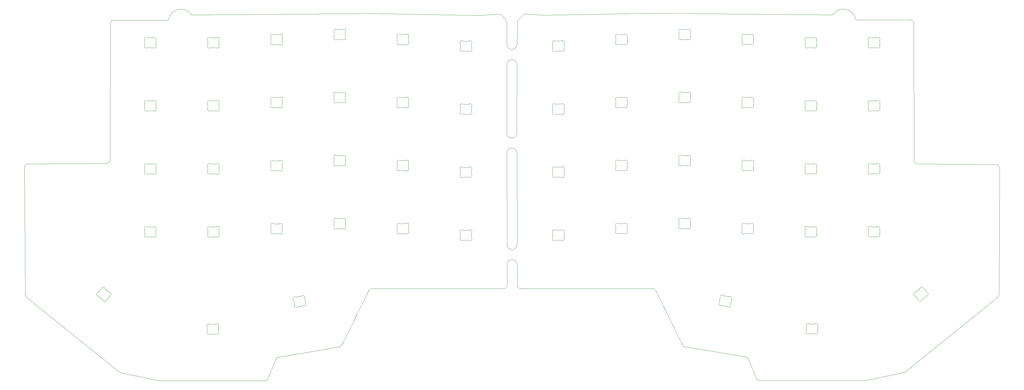
<source format=gbr>
%TF.GenerationSoftware,KiCad,Pcbnew,9.0.0*%
%TF.CreationDate,2026-01-24T15:45:23+11:00*%
%TF.ProjectId,Split Keyboard,53706c69-7420-44b6-9579-626f6172642e,rev?*%
%TF.SameCoordinates,Original*%
%TF.FileFunction,Profile,NP*%
%FSLAX46Y46*%
G04 Gerber Fmt 4.6, Leading zero omitted, Abs format (unit mm)*
G04 Created by KiCad (PCBNEW 9.0.0) date 2026-01-24 15:45:23*
%MOMM*%
%LPD*%
G01*
G04 APERTURE LIST*
%TA.AperFunction,Profile*%
%ADD10C,0.050000*%
%TD*%
%TA.AperFunction,Profile*%
%ADD11C,0.100000*%
%TD*%
G04 APERTURE END LIST*
D10*
X279915200Y-131857241D02*
X279915200Y-131857238D01*
X247068388Y-131228605D02*
X247068387Y-131228605D01*
X171906721Y-103098915D02*
X171906722Y-103098915D01*
X131022800Y-104100001D02*
X131022800Y-104100000D01*
X130125317Y-104658951D02*
X130125316Y-104658951D01*
X102091621Y-125420948D02*
X102091620Y-125420948D01*
X163594728Y-21495815D02*
X163594728Y-21495816D01*
X171899902Y-96809948D02*
G75*
G02*
X174920097Y-96809997I1510098J19948D01*
G01*
X183351973Y-21456054D02*
G75*
G02*
X183225241Y-21453060I-27973J1499654D01*
G01*
X175919928Y-104057238D02*
G75*
G02*
X174913104Y-103068752I-6928J999938D01*
G01*
X292010974Y-129203034D02*
X319963386Y-106651598D01*
X171820004Y-63089483D02*
G75*
G02*
X174820000Y-63109917I1499996J-10517D01*
G01*
X320335500Y-105883754D02*
X320497437Y-67598868D01*
X102091620Y-125420948D02*
X99751470Y-131271328D01*
X174839998Y-30330093D02*
G75*
G02*
X171840001Y-30330230I-1499998J-9907D01*
G01*
X270114042Y-21337275D02*
G75*
G02*
X277111350Y-22828383I3205758J-2120025D01*
G01*
X69708440Y-22871137D02*
G75*
G02*
X76705800Y-21380037I3791560J-628863D01*
G01*
X53355269Y-22966302D02*
X68600000Y-22966302D01*
X170900067Y-104100000D02*
X131022800Y-104100000D01*
X183225241Y-21453062D02*
X177694642Y-21088192D01*
X68600000Y-22966302D02*
X69624500Y-22966302D01*
X52095844Y-65213586D02*
X52198424Y-23951414D01*
X69708440Y-22871137D02*
G75*
G02*
X69624500Y-22966302I-83940J-10563D01*
G01*
X215796800Y-104057238D02*
G75*
G02*
X216697290Y-104621892I0J-1000362D01*
G01*
X175021077Y-23595837D02*
G75*
G02*
X175452312Y-22619818I1497723J-78463D01*
G01*
X174920098Y-96809997D02*
X174913104Y-103068752D01*
X247996900Y-131857238D02*
X279915200Y-131857238D01*
X171906721Y-103098915D02*
G75*
G02*
X170900067Y-104100000I-1000021J-1085D01*
G01*
X174839934Y-36387893D02*
X174819958Y-57122799D01*
X215394929Y-20858484D02*
X183351973Y-21456054D01*
X52198424Y-23951414D02*
G75*
G02*
X53355269Y-22966302I999976J-2486D01*
G01*
X130125317Y-104658951D02*
G75*
G02*
X131022800Y-104100000I897483J-441049D01*
G01*
X174819958Y-57122799D02*
G75*
G02*
X171819999Y-57080223I-1499958J22799D01*
G01*
X66697454Y-131878274D02*
X55234338Y-129449648D01*
X174910098Y-90800219D02*
G75*
G02*
X171910004Y-90769718I-1500098J10219D01*
G01*
X319515348Y-66597825D02*
X295678164Y-66419899D01*
X55234338Y-129449648D02*
G75*
G02*
X54818306Y-129253413I207362J978748D01*
G01*
X130125316Y-104658951D02*
X122025725Y-121140673D01*
X225524675Y-121642663D02*
G75*
G02*
X224791820Y-121093239I166425J985463D01*
G01*
X171367555Y-22662549D02*
G75*
G02*
X171800809Y-23713114I-1066755J-1054551D01*
G01*
X171840049Y-36292624D02*
G75*
G02*
X174839935Y-36387893I1499951J-47376D01*
G01*
X319515348Y-66597825D02*
G75*
G02*
X320497437Y-67598868I-18048J-999975D01*
G01*
X216697320Y-104621877D02*
X224791819Y-121093239D01*
X163594728Y-21495815D02*
G75*
G02*
X163467791Y-21498815I-98928J1498815D01*
G01*
X52095844Y-65213586D02*
G75*
G02*
X51114741Y-66211066I-1000144J2486D01*
G01*
X171840002Y-30330230D02*
X171800809Y-23713114D01*
X320335500Y-105883754D02*
G75*
G02*
X319963376Y-106651585I-1000000J10554D01*
G01*
X26288584Y-67406133D02*
G75*
G02*
X27291035Y-66388891I1000016J17083D01*
G01*
X292010974Y-129203034D02*
G75*
G02*
X291592768Y-129405327I-632974J775134D01*
G01*
X131374935Y-20900000D02*
G75*
G02*
X131424887Y-20901245I65J-1000400D01*
G01*
X66904800Y-131900000D02*
G75*
G02*
X66697450Y-131878287I0J1000900D01*
G01*
X270114042Y-21337275D02*
X215444740Y-20857237D01*
X122025725Y-121140673D02*
G75*
G02*
X121295166Y-121685426I-897125J440873D01*
G01*
X171906722Y-103098915D02*
X171899902Y-96809948D01*
X247996900Y-131857238D02*
G75*
G02*
X247068388Y-131228605I0J1000038D01*
G01*
X295678164Y-66419899D02*
G75*
G02*
X294690070Y-65410971I11936J999999D01*
G01*
X244728242Y-125378238D02*
X247068387Y-131228605D01*
X171820004Y-63089483D02*
X171910004Y-90769718D01*
X294690071Y-65410971D02*
X294621394Y-23894480D01*
X277195200Y-22923540D02*
G75*
G02*
X277111443Y-22828380I0J84440D01*
G01*
X215394929Y-20858484D02*
G75*
G02*
X215444740Y-20857235I49871J-994716D01*
G01*
X280122223Y-131835547D02*
X291592772Y-129405346D01*
X176535290Y-21524248D02*
X175452284Y-22619790D01*
X27291035Y-66388891D02*
X51114741Y-66211066D01*
X170300852Y-21583501D02*
X171367555Y-22662549D01*
X26484362Y-105928729D02*
X26288584Y-67406133D01*
X54818306Y-129253412D02*
X26856455Y-106694360D01*
X293464563Y-22923540D02*
X278219841Y-22923540D01*
X102091621Y-125420948D02*
G75*
G02*
X102853240Y-124806409I928379J-371352D01*
G01*
X99751470Y-131271328D02*
G75*
G02*
X98822900Y-131900000I-928570J371428D01*
G01*
X243966574Y-124763628D02*
G75*
G02*
X244728190Y-125378259I-166874J-985972D01*
G01*
X174839998Y-30330093D02*
X175021077Y-23595837D01*
X163594728Y-21495816D02*
X169125135Y-21130957D01*
X293464563Y-22923540D02*
G75*
G02*
X294621374Y-23894480I156737J-987860D01*
G01*
X76705800Y-21380037D02*
X131374935Y-20900000D01*
X131424887Y-20901245D02*
X163467791Y-21498815D01*
X169125135Y-21130957D02*
G75*
G02*
X170300873Y-21583480I98765J-1497043D01*
G01*
X280122223Y-131835547D02*
G75*
G02*
X279915200Y-131857237I-207023J977147D01*
G01*
X176535290Y-21524248D02*
G75*
G02*
X177694642Y-21088195I1060610J-1060652D01*
G01*
X121295167Y-121685433D02*
X102853234Y-124806376D01*
X98822900Y-131900000D02*
X66904800Y-131900000D01*
X171820000Y-57080223D02*
X171840049Y-36292624D01*
X278219841Y-22923540D02*
X277195200Y-22923540D01*
X26856455Y-106694360D02*
G75*
G02*
X26484362Y-105928729I628045J778460D01*
G01*
X174910098Y-90800219D02*
X174820000Y-63109917D01*
X225524674Y-121642671D02*
X243966577Y-124763609D01*
X175919928Y-104057238D02*
X215796800Y-104057238D01*
D11*
%TO.C,LED26*%
X81587219Y-68602843D02*
X81587219Y-67197159D01*
X82492766Y-66400001D02*
X84081670Y-66400001D01*
X84081670Y-69400000D02*
X82492765Y-69400000D01*
X84987217Y-67197159D02*
X84987217Y-68602843D01*
X81537734Y-66980281D02*
G75*
G02*
X81587193Y-67197159I-450516J-216819D01*
G01*
X81537734Y-66980282D02*
G75*
G02*
X82240508Y-66331699I450514J216882D01*
G01*
X81587219Y-68602844D02*
G75*
G02*
X81537734Y-68819721I-500361J84D01*
G01*
X82240507Y-69468299D02*
G75*
G02*
X81537735Y-68819721I-252259J431699D01*
G01*
X82240507Y-69468299D02*
G75*
G02*
X82492765Y-69400000I252261J-431711D01*
G01*
X82492766Y-66400001D02*
G75*
G02*
X82240507Y-66331702I2J500011D01*
G01*
X84081671Y-69400001D02*
G75*
G02*
X84333929Y-69468300I-3J-500009D01*
G01*
X84333928Y-66331702D02*
G75*
G02*
X84081670Y-66400001I-252261J431710D01*
G01*
X84333929Y-66331704D02*
G75*
G02*
X85036702Y-66980281I252258J-431700D01*
G01*
X84987217Y-67197158D02*
G75*
G02*
X85036702Y-66980281I499990J1D01*
G01*
X85036702Y-68819721D02*
G75*
G02*
X84333929Y-69468300I-450515J-216878D01*
G01*
X85036702Y-68819721D02*
G75*
G02*
X84987217Y-68602843I450505J216876D01*
G01*
%TO.C,LED3*%
X81587219Y-30502843D02*
X81587219Y-29097159D01*
X82492766Y-28300001D02*
X84081670Y-28300001D01*
X84081670Y-31300000D02*
X82492765Y-31300000D01*
X84987217Y-29097159D02*
X84987217Y-30502843D01*
X81537734Y-28880281D02*
G75*
G02*
X81587193Y-29097159I-450516J-216819D01*
G01*
X81537734Y-28880282D02*
G75*
G02*
X82240508Y-28231699I450514J216882D01*
G01*
X81587219Y-30502844D02*
G75*
G02*
X81537734Y-30719721I-500361J84D01*
G01*
X82240507Y-31368299D02*
G75*
G02*
X81537735Y-30719721I-252259J431699D01*
G01*
X82240507Y-31368299D02*
G75*
G02*
X82492765Y-31300000I252261J-431711D01*
G01*
X82492766Y-28300001D02*
G75*
G02*
X82240507Y-28231702I2J500011D01*
G01*
X84081671Y-31300001D02*
G75*
G02*
X84333929Y-31368300I-3J-500009D01*
G01*
X84333928Y-28231702D02*
G75*
G02*
X84081670Y-28300001I-252261J431710D01*
G01*
X84333929Y-28231704D02*
G75*
G02*
X85036702Y-28880281I252258J-431700D01*
G01*
X84987217Y-29097158D02*
G75*
G02*
X85036702Y-28880281I499990J1D01*
G01*
X85036702Y-30719721D02*
G75*
G02*
X84333929Y-31368300I-450515J-216878D01*
G01*
X85036702Y-30719721D02*
G75*
G02*
X84987217Y-30502843I450505J216876D01*
G01*
%TO.C,LED45*%
X223745001Y-85127841D02*
X223745001Y-83722157D01*
X224650548Y-82925000D02*
X226239453Y-82925000D01*
X226239452Y-85924999D02*
X224650548Y-85924999D01*
X227144999Y-83722157D02*
X227144999Y-85127841D01*
X223695516Y-83505279D02*
G75*
G02*
X223744976Y-83722157I-450516J-216821D01*
G01*
X223695516Y-83505279D02*
G75*
G02*
X224398289Y-82856700I450514J216879D01*
G01*
X223745001Y-85127842D02*
G75*
G02*
X223695517Y-85344719I-500361J82D01*
G01*
X224398289Y-85993296D02*
G75*
G02*
X223695520Y-85344721I-252259J431696D01*
G01*
X224398290Y-85993298D02*
G75*
G02*
X224650548Y-85925000I252260J-431712D01*
G01*
X224650547Y-82924999D02*
G75*
G02*
X224398289Y-82856700I3J500009D01*
G01*
X226239452Y-85924999D02*
G75*
G02*
X226491711Y-85993298I-2J-500009D01*
G01*
X226491711Y-82856701D02*
G75*
G02*
X226239453Y-82925000I-252261J431710D01*
G01*
X226491711Y-82856701D02*
G75*
G02*
X227194483Y-83505279I252258J-431700D01*
G01*
X227144999Y-83722156D02*
G75*
G02*
X227194484Y-83505279I499990J1D01*
G01*
X227194484Y-85344718D02*
G75*
G02*
X226491711Y-85993298I-450514J-216880D01*
G01*
X227194484Y-85344719D02*
G75*
G02*
X227144999Y-85127841I450505J216876D01*
G01*
%TO.C,LED40*%
X119687219Y-85152841D02*
X119687219Y-83747157D01*
X120592766Y-82950000D02*
X122181671Y-82950000D01*
X122181670Y-85949999D02*
X120592766Y-85949999D01*
X123087217Y-83747157D02*
X123087217Y-85152841D01*
X119637734Y-83530279D02*
G75*
G02*
X119687194Y-83747157I-450516J-216821D01*
G01*
X119637734Y-83530279D02*
G75*
G02*
X120340507Y-82881700I450514J216879D01*
G01*
X119687219Y-85152842D02*
G75*
G02*
X119637735Y-85369719I-500361J82D01*
G01*
X120340507Y-86018296D02*
G75*
G02*
X119637738Y-85369721I-252259J431696D01*
G01*
X120340508Y-86018298D02*
G75*
G02*
X120592766Y-85950000I252260J-431712D01*
G01*
X120592765Y-82949999D02*
G75*
G02*
X120340507Y-82881700I3J500009D01*
G01*
X122181670Y-85949999D02*
G75*
G02*
X122433929Y-86018298I-2J-500009D01*
G01*
X122433929Y-82881701D02*
G75*
G02*
X122181671Y-82950000I-252261J431710D01*
G01*
X122433929Y-82881701D02*
G75*
G02*
X123136701Y-83530279I252258J-431700D01*
G01*
X123087217Y-83747156D02*
G75*
G02*
X123136702Y-83530279I499990J1D01*
G01*
X123136702Y-85369718D02*
G75*
G02*
X122433929Y-86018298I-450514J-216880D01*
G01*
X123136702Y-85369719D02*
G75*
G02*
X123087217Y-85152841I450505J216876D01*
G01*
%TO.C,LED9*%
X138737219Y-29502843D02*
X138737219Y-28097159D01*
X139642766Y-27300001D02*
X141231670Y-27300001D01*
X141231670Y-30300000D02*
X139642765Y-30300000D01*
X142137217Y-28097159D02*
X142137217Y-29502843D01*
X138687734Y-27880281D02*
G75*
G02*
X138737193Y-28097159I-450516J-216819D01*
G01*
X138687734Y-27880282D02*
G75*
G02*
X139390508Y-27231699I450514J216882D01*
G01*
X138737219Y-29502844D02*
G75*
G02*
X138687734Y-29719721I-500361J84D01*
G01*
X139390507Y-30368299D02*
G75*
G02*
X138687735Y-29719721I-252259J431699D01*
G01*
X139390507Y-30368299D02*
G75*
G02*
X139642765Y-30300000I252261J-431711D01*
G01*
X139642766Y-27300001D02*
G75*
G02*
X139390507Y-27231702I2J500011D01*
G01*
X141231671Y-30300001D02*
G75*
G02*
X141483929Y-30368300I-3J-500009D01*
G01*
X141483928Y-27231702D02*
G75*
G02*
X141231670Y-27300001I-252261J431710D01*
G01*
X141483929Y-27231704D02*
G75*
G02*
X142186702Y-27880281I252258J-431700D01*
G01*
X142137217Y-28097158D02*
G75*
G02*
X142186702Y-27880281I499990J1D01*
G01*
X142186702Y-29719721D02*
G75*
G02*
X141483929Y-30368300I-450515J-216878D01*
G01*
X142186702Y-29719721D02*
G75*
G02*
X142137217Y-29502843I450505J216876D01*
G01*
%TO.C,LED20*%
X204695001Y-48527841D02*
X204695001Y-47122157D01*
X205600548Y-46325000D02*
X207189453Y-46325000D01*
X207189452Y-49324999D02*
X205600548Y-49324999D01*
X208094999Y-47122157D02*
X208094999Y-48527841D01*
X204645516Y-46905279D02*
G75*
G02*
X204694976Y-47122157I-450516J-216821D01*
G01*
X204645516Y-46905279D02*
G75*
G02*
X205348289Y-46256700I450514J216879D01*
G01*
X204695001Y-48527842D02*
G75*
G02*
X204645517Y-48744719I-500361J82D01*
G01*
X205348289Y-49393296D02*
G75*
G02*
X204645520Y-48744721I-252259J431696D01*
G01*
X205348290Y-49393298D02*
G75*
G02*
X205600548Y-49325000I252260J-431712D01*
G01*
X205600547Y-46324999D02*
G75*
G02*
X205348289Y-46256700I3J500009D01*
G01*
X207189452Y-49324999D02*
G75*
G02*
X207441711Y-49393298I-2J-500009D01*
G01*
X207441711Y-46256701D02*
G75*
G02*
X207189453Y-46325000I-252261J431710D01*
G01*
X207441711Y-46256701D02*
G75*
G02*
X208144483Y-46905279I252258J-431700D01*
G01*
X208094999Y-47122156D02*
G75*
G02*
X208144484Y-46905279I499990J1D01*
G01*
X208144484Y-48744718D02*
G75*
G02*
X207441711Y-49393298I-450514J-216880D01*
G01*
X208144484Y-48744719D02*
G75*
G02*
X208094999Y-48527841I450505J216876D01*
G01*
%TO.C,LED47*%
X261845001Y-87627841D02*
X261845001Y-86222157D01*
X262750548Y-85425000D02*
X264339453Y-85425000D01*
X264339452Y-88424999D02*
X262750548Y-88424999D01*
X265244999Y-86222157D02*
X265244999Y-87627841D01*
X261795516Y-86005279D02*
G75*
G02*
X261844976Y-86222157I-450516J-216821D01*
G01*
X261795516Y-86005279D02*
G75*
G02*
X262498289Y-85356700I450514J216879D01*
G01*
X261845001Y-87627842D02*
G75*
G02*
X261795517Y-87844719I-500361J82D01*
G01*
X262498289Y-88493296D02*
G75*
G02*
X261795520Y-87844721I-252259J431696D01*
G01*
X262498290Y-88493298D02*
G75*
G02*
X262750548Y-88425000I252260J-431712D01*
G01*
X262750547Y-85424999D02*
G75*
G02*
X262498289Y-85356700I3J500009D01*
G01*
X264339452Y-88424999D02*
G75*
G02*
X264591711Y-88493298I-2J-500009D01*
G01*
X264591711Y-85356701D02*
G75*
G02*
X264339453Y-85425000I-252261J431710D01*
G01*
X264591711Y-85356701D02*
G75*
G02*
X265294483Y-86005279I252258J-431700D01*
G01*
X265244999Y-86222156D02*
G75*
G02*
X265294484Y-86005279I499990J1D01*
G01*
X265294484Y-87844718D02*
G75*
G02*
X264591711Y-88493298I-450514J-216880D01*
G01*
X265294484Y-87844719D02*
G75*
G02*
X265244999Y-87627841I450505J216876D01*
G01*
%TO.C,LED1*%
X62537219Y-30502843D02*
X62537219Y-29097159D01*
X63442766Y-28300001D02*
X65031670Y-28300001D01*
X65031670Y-31300000D02*
X63442765Y-31300000D01*
X65937217Y-29097159D02*
X65937217Y-30502843D01*
X62487734Y-28880281D02*
G75*
G02*
X62537193Y-29097159I-450516J-216819D01*
G01*
X62487734Y-28880282D02*
G75*
G02*
X63190508Y-28231699I450514J216882D01*
G01*
X62537219Y-30502844D02*
G75*
G02*
X62487734Y-30719721I-500361J84D01*
G01*
X63190507Y-31368299D02*
G75*
G02*
X62487735Y-30719721I-252259J431699D01*
G01*
X63190507Y-31368299D02*
G75*
G02*
X63442765Y-31300000I252261J-431711D01*
G01*
X63442766Y-28300001D02*
G75*
G02*
X63190507Y-28231702I2J500011D01*
G01*
X65031671Y-31300001D02*
G75*
G02*
X65283929Y-31368300I-3J-500009D01*
G01*
X65283928Y-28231702D02*
G75*
G02*
X65031670Y-28300001I-252261J431710D01*
G01*
X65283929Y-28231704D02*
G75*
G02*
X65986702Y-28880281I252258J-431700D01*
G01*
X65937217Y-29097158D02*
G75*
G02*
X65986702Y-28880281I499990J1D01*
G01*
X65986702Y-30719721D02*
G75*
G02*
X65283929Y-31368300I-450515J-216878D01*
G01*
X65986702Y-30719721D02*
G75*
G02*
X65937217Y-30502843I450505J216876D01*
G01*
%TO.C,LED36*%
X280895001Y-68577843D02*
X280895001Y-67172159D01*
X281800548Y-66375001D02*
X283389452Y-66375001D01*
X283389452Y-69375000D02*
X281800547Y-69375000D01*
X284294999Y-67172159D02*
X284294999Y-68577843D01*
X280845516Y-66955281D02*
G75*
G02*
X280894975Y-67172159I-450516J-216819D01*
G01*
X280845516Y-66955282D02*
G75*
G02*
X281548290Y-66306699I450514J216882D01*
G01*
X280895001Y-68577844D02*
G75*
G02*
X280845516Y-68794721I-500361J84D01*
G01*
X281548289Y-69443299D02*
G75*
G02*
X280845517Y-68794721I-252259J431699D01*
G01*
X281548289Y-69443299D02*
G75*
G02*
X281800547Y-69375000I252261J-431711D01*
G01*
X281800548Y-66375001D02*
G75*
G02*
X281548289Y-66306702I2J500011D01*
G01*
X283389453Y-69375001D02*
G75*
G02*
X283641711Y-69443300I-3J-500009D01*
G01*
X283641710Y-66306702D02*
G75*
G02*
X283389452Y-66375001I-252261J431710D01*
G01*
X283641711Y-66306704D02*
G75*
G02*
X284344484Y-66955281I252258J-431700D01*
G01*
X284294999Y-67172158D02*
G75*
G02*
X284344484Y-66955281I499990J1D01*
G01*
X284344484Y-68794721D02*
G75*
G02*
X283641711Y-69443300I-450515J-216878D01*
G01*
X284344484Y-68794721D02*
G75*
G02*
X284294999Y-68577843I450505J216876D01*
G01*
%TO.C,LED7*%
X119687219Y-28002843D02*
X119687219Y-26597159D01*
X120592766Y-25800001D02*
X122181670Y-25800001D01*
X122181670Y-28800000D02*
X120592765Y-28800000D01*
X123087217Y-26597159D02*
X123087217Y-28002843D01*
X119637734Y-26380281D02*
G75*
G02*
X119687193Y-26597159I-450516J-216819D01*
G01*
X119637734Y-26380282D02*
G75*
G02*
X120340508Y-25731699I450514J216882D01*
G01*
X119687219Y-28002844D02*
G75*
G02*
X119637734Y-28219721I-500361J84D01*
G01*
X120340507Y-28868299D02*
G75*
G02*
X119637735Y-28219721I-252259J431699D01*
G01*
X120340507Y-28868299D02*
G75*
G02*
X120592765Y-28800000I252261J-431711D01*
G01*
X120592766Y-25800001D02*
G75*
G02*
X120340507Y-25731702I2J500011D01*
G01*
X122181671Y-28800001D02*
G75*
G02*
X122433929Y-28868300I-3J-500009D01*
G01*
X122433928Y-25731702D02*
G75*
G02*
X122181670Y-25800001I-252261J431710D01*
G01*
X122433929Y-25731704D02*
G75*
G02*
X123136702Y-26380281I252258J-431700D01*
G01*
X123087217Y-26597158D02*
G75*
G02*
X123136702Y-26380281I499990J1D01*
G01*
X123136702Y-28219721D02*
G75*
G02*
X122433929Y-28868300I-450515J-216878D01*
G01*
X123136702Y-28219721D02*
G75*
G02*
X123087217Y-28002843I450505J216876D01*
G01*
%TO.C,LED32*%
X204695001Y-67577843D02*
X204695001Y-66172159D01*
X205600548Y-65375001D02*
X207189452Y-65375001D01*
X207189452Y-68375000D02*
X205600547Y-68375000D01*
X208094999Y-66172159D02*
X208094999Y-67577843D01*
X204645516Y-65955281D02*
G75*
G02*
X204694975Y-66172159I-450516J-216819D01*
G01*
X204645516Y-65955282D02*
G75*
G02*
X205348290Y-65306699I450514J216882D01*
G01*
X204695001Y-67577844D02*
G75*
G02*
X204645516Y-67794721I-500361J84D01*
G01*
X205348289Y-68443299D02*
G75*
G02*
X204645517Y-67794721I-252259J431699D01*
G01*
X205348289Y-68443299D02*
G75*
G02*
X205600547Y-68375000I252261J-431711D01*
G01*
X205600548Y-65375001D02*
G75*
G02*
X205348289Y-65306702I2J500011D01*
G01*
X207189453Y-68375001D02*
G75*
G02*
X207441711Y-68443300I-3J-500009D01*
G01*
X207441710Y-65306702D02*
G75*
G02*
X207189452Y-65375001I-252261J431710D01*
G01*
X207441711Y-65306704D02*
G75*
G02*
X208144484Y-65955281I252258J-431700D01*
G01*
X208094999Y-66172158D02*
G75*
G02*
X208144484Y-65955281I499990J1D01*
G01*
X208144484Y-67794721D02*
G75*
G02*
X207441711Y-68443300I-450515J-216878D01*
G01*
X208144484Y-67794721D02*
G75*
G02*
X208094999Y-67577843I450505J216876D01*
G01*
%TO.C,LED58*%
X235927145Y-108233761D02*
X236171240Y-106849432D01*
X237201455Y-106221631D02*
X238766220Y-106497541D01*
X238245275Y-109451964D02*
X236680509Y-109176053D01*
X239519584Y-107439835D02*
X239275490Y-108824164D01*
X235927145Y-108233761D02*
G75*
G02*
X235840751Y-108438751I-492745J86969D01*
G01*
X236160167Y-106627256D02*
G75*
G02*
X236171214Y-106849427I-481322J-135294D01*
G01*
X236160167Y-106627257D02*
G75*
G02*
X236964890Y-106110563I481331J135356D01*
G01*
X236420224Y-109199511D02*
G75*
G02*
X235840752Y-108438751I-173463J468945D01*
G01*
X236420224Y-109199511D02*
G75*
G02*
X236680509Y-109176054I173462J-468957D01*
G01*
X237201455Y-106221631D02*
G75*
G02*
X236964889Y-106110565I86843J492442D01*
G01*
X238245276Y-109451965D02*
G75*
G02*
X238481842Y-109563030I-86856J-492474D01*
G01*
X239026505Y-106474084D02*
G75*
G02*
X238766220Y-106497540I-173459J468941D01*
G01*
X239026506Y-106474086D02*
G75*
G02*
X239605978Y-107234845I173462J-468946D01*
G01*
X239286563Y-109046340D02*
G75*
G02*
X238481842Y-109563029I-481330J-135353D01*
G01*
X239286563Y-109046340D02*
G75*
G02*
X239275490Y-108824164I481359J135354D01*
G01*
X239519583Y-107439834D02*
G75*
G02*
X239605978Y-107234845I492405J-86829D01*
G01*
%TO.C,LED25*%
X62537219Y-68602843D02*
X62537219Y-67197159D01*
X63442766Y-66400001D02*
X65031670Y-66400001D01*
X65031670Y-69400000D02*
X63442765Y-69400000D01*
X65937217Y-67197159D02*
X65937217Y-68602843D01*
X62487734Y-66980281D02*
G75*
G02*
X62537193Y-67197159I-450516J-216819D01*
G01*
X62487734Y-66980282D02*
G75*
G02*
X63190508Y-66331699I450514J216882D01*
G01*
X62537219Y-68602844D02*
G75*
G02*
X62487734Y-68819721I-500361J84D01*
G01*
X63190507Y-69468299D02*
G75*
G02*
X62487735Y-68819721I-252259J431699D01*
G01*
X63190507Y-69468299D02*
G75*
G02*
X63442765Y-69400000I252261J-431711D01*
G01*
X63442766Y-66400001D02*
G75*
G02*
X63190507Y-66331702I2J500011D01*
G01*
X65031671Y-69400001D02*
G75*
G02*
X65283929Y-69468300I-3J-500009D01*
G01*
X65283928Y-66331702D02*
G75*
G02*
X65031670Y-66400001I-252261J431710D01*
G01*
X65283929Y-66331704D02*
G75*
G02*
X65986702Y-66980281I252258J-431700D01*
G01*
X65937217Y-67197158D02*
G75*
G02*
X65986702Y-66980281I499990J1D01*
G01*
X65986702Y-68819721D02*
G75*
G02*
X65283929Y-69468300I-450515J-216878D01*
G01*
X65986702Y-68819721D02*
G75*
G02*
X65937217Y-68602843I450505J216876D01*
G01*
%TO.C,LED11*%
X157787219Y-31502843D02*
X157787219Y-30097159D01*
X158692766Y-29300001D02*
X160281670Y-29300001D01*
X160281670Y-32300000D02*
X158692765Y-32300000D01*
X161187217Y-30097159D02*
X161187217Y-31502843D01*
X157737734Y-29880281D02*
G75*
G02*
X157787193Y-30097159I-450516J-216819D01*
G01*
X157737734Y-29880282D02*
G75*
G02*
X158440508Y-29231699I450514J216882D01*
G01*
X157787219Y-31502844D02*
G75*
G02*
X157737734Y-31719721I-500361J84D01*
G01*
X158440507Y-32368299D02*
G75*
G02*
X157737735Y-31719721I-252259J431699D01*
G01*
X158440507Y-32368299D02*
G75*
G02*
X158692765Y-32300000I252261J-431711D01*
G01*
X158692766Y-29300001D02*
G75*
G02*
X158440507Y-29231702I2J500011D01*
G01*
X160281671Y-32300001D02*
G75*
G02*
X160533929Y-32368300I-3J-500009D01*
G01*
X160533928Y-29231702D02*
G75*
G02*
X160281670Y-29300001I-252261J431710D01*
G01*
X160533929Y-29231704D02*
G75*
G02*
X161236702Y-29880281I252258J-431700D01*
G01*
X161187217Y-30097158D02*
G75*
G02*
X161236702Y-29880281I499990J1D01*
G01*
X161236702Y-31719721D02*
G75*
G02*
X160533929Y-32368300I-450515J-216878D01*
G01*
X161236702Y-31719721D02*
G75*
G02*
X161187217Y-31502843I450505J216876D01*
G01*
%TO.C,LED44*%
X204695001Y-86627841D02*
X204695001Y-85222157D01*
X205600548Y-84425000D02*
X207189453Y-84425000D01*
X207189452Y-87424999D02*
X205600548Y-87424999D01*
X208094999Y-85222157D02*
X208094999Y-86627841D01*
X204645516Y-85005279D02*
G75*
G02*
X204694976Y-85222157I-450516J-216821D01*
G01*
X204645516Y-85005279D02*
G75*
G02*
X205348289Y-84356700I450514J216879D01*
G01*
X204695001Y-86627842D02*
G75*
G02*
X204645517Y-86844719I-500361J82D01*
G01*
X205348289Y-87493296D02*
G75*
G02*
X204645520Y-86844721I-252259J431696D01*
G01*
X205348290Y-87493298D02*
G75*
G02*
X205600548Y-87425000I252260J-431712D01*
G01*
X205600547Y-84424999D02*
G75*
G02*
X205348289Y-84356700I3J500009D01*
G01*
X207189452Y-87424999D02*
G75*
G02*
X207441711Y-87493298I-2J-500009D01*
G01*
X207441711Y-84356701D02*
G75*
G02*
X207189453Y-84425000I-252261J431710D01*
G01*
X207441711Y-84356701D02*
G75*
G02*
X208144483Y-85005279I252258J-431700D01*
G01*
X208094999Y-85222156D02*
G75*
G02*
X208144484Y-85005279I499990J1D01*
G01*
X208144484Y-86844718D02*
G75*
G02*
X207441711Y-87493298I-450514J-216880D01*
G01*
X208144484Y-86844719D02*
G75*
G02*
X208094999Y-86627841I450505J216876D01*
G01*
%TO.C,LED48*%
X280895001Y-87627841D02*
X280895001Y-86222157D01*
X281800548Y-85425000D02*
X283389453Y-85425000D01*
X283389452Y-88424999D02*
X281800548Y-88424999D01*
X284294999Y-86222157D02*
X284294999Y-87627841D01*
X280845516Y-86005279D02*
G75*
G02*
X280894976Y-86222157I-450516J-216821D01*
G01*
X280845516Y-86005279D02*
G75*
G02*
X281548289Y-85356700I450514J216879D01*
G01*
X280895001Y-87627842D02*
G75*
G02*
X280845517Y-87844719I-500361J82D01*
G01*
X281548289Y-88493296D02*
G75*
G02*
X280845520Y-87844721I-252259J431696D01*
G01*
X281548290Y-88493298D02*
G75*
G02*
X281800548Y-88425000I252260J-431712D01*
G01*
X281800547Y-85424999D02*
G75*
G02*
X281548289Y-85356700I3J500009D01*
G01*
X283389452Y-88424999D02*
G75*
G02*
X283641711Y-88493298I-2J-500009D01*
G01*
X283641711Y-85356701D02*
G75*
G02*
X283389453Y-85425000I-252261J431710D01*
G01*
X283641711Y-85356701D02*
G75*
G02*
X284344483Y-86005279I252258J-431700D01*
G01*
X284294999Y-86222156D02*
G75*
G02*
X284344484Y-86005279I499990J1D01*
G01*
X284344484Y-87844718D02*
G75*
G02*
X283641711Y-88493298I-450514J-216880D01*
G01*
X284344484Y-87844719D02*
G75*
G02*
X284294999Y-87627841I450505J216876D01*
G01*
%TO.C,LED28*%
X119687219Y-66102843D02*
X119687219Y-64697159D01*
X120592766Y-63900001D02*
X122181670Y-63900001D01*
X122181670Y-66900000D02*
X120592765Y-66900000D01*
X123087217Y-64697159D02*
X123087217Y-66102843D01*
X119637734Y-64480281D02*
G75*
G02*
X119687193Y-64697159I-450516J-216819D01*
G01*
X119637734Y-64480282D02*
G75*
G02*
X120340508Y-63831699I450514J216882D01*
G01*
X119687219Y-66102844D02*
G75*
G02*
X119637734Y-66319721I-500361J84D01*
G01*
X120340507Y-66968299D02*
G75*
G02*
X119637735Y-66319721I-252259J431699D01*
G01*
X120340507Y-66968299D02*
G75*
G02*
X120592765Y-66900000I252261J-431711D01*
G01*
X120592766Y-63900001D02*
G75*
G02*
X120340507Y-63831702I2J500011D01*
G01*
X122181671Y-66900001D02*
G75*
G02*
X122433929Y-66968300I-3J-500009D01*
G01*
X122433928Y-63831702D02*
G75*
G02*
X122181670Y-63900001I-252261J431710D01*
G01*
X122433929Y-63831704D02*
G75*
G02*
X123136702Y-64480281I252258J-431700D01*
G01*
X123087217Y-64697158D02*
G75*
G02*
X123136702Y-64480281I499990J1D01*
G01*
X123136702Y-66319721D02*
G75*
G02*
X122433929Y-66968300I-450515J-216878D01*
G01*
X123136702Y-66319721D02*
G75*
G02*
X123087217Y-66102843I450505J216876D01*
G01*
%TO.C,LED54*%
X107707875Y-108947367D02*
X107463781Y-107563038D01*
X108217145Y-106620744D02*
X109781910Y-106344834D01*
X110302855Y-109299256D02*
X108738089Y-109575167D01*
X110812125Y-106972635D02*
X111056220Y-108356964D01*
X107377387Y-107358048D02*
G75*
G02*
X107463798Y-107563035I-406004J-291855D01*
G01*
X107377387Y-107358049D02*
G75*
G02*
X107956860Y-106597284I406009J291818D01*
G01*
X107707875Y-108947368D02*
G75*
G02*
X107696801Y-109169543I-492723J-86805D01*
G01*
X108217145Y-106620744D02*
G75*
G02*
X107956858Y-106597289I-86830J492393D01*
G01*
X108501523Y-109686232D02*
G75*
G02*
X107696804Y-109169543I-323390J381336D01*
G01*
X108501523Y-109686232D02*
G75*
G02*
X108738089Y-109575167I323380J-381320D01*
G01*
X110018476Y-106233769D02*
G75*
G02*
X109781910Y-106344835I-323394J381347D01*
G01*
X110018477Y-106233769D02*
G75*
G02*
X110823198Y-106750459I323390J-381338D01*
G01*
X110302856Y-109299257D02*
G75*
G02*
X110563142Y-109322717I86825J-492340D01*
G01*
X110812125Y-106972634D02*
G75*
G02*
X110823198Y-106750459I492394J86823D01*
G01*
X111142613Y-108561954D02*
G75*
G02*
X110563142Y-109322717I-406012J-291814D01*
G01*
X111142613Y-108561954D02*
G75*
G02*
X111056219Y-108356964I405957J291792D01*
G01*
%TO.C,LED6*%
X223745001Y-27977843D02*
X223745001Y-26572159D01*
X224650548Y-25775001D02*
X226239452Y-25775001D01*
X226239452Y-28775000D02*
X224650547Y-28775000D01*
X227144999Y-26572159D02*
X227144999Y-27977843D01*
X223695516Y-26355281D02*
G75*
G02*
X223744975Y-26572159I-450516J-216819D01*
G01*
X223695516Y-26355282D02*
G75*
G02*
X224398290Y-25706699I450514J216882D01*
G01*
X223745001Y-27977844D02*
G75*
G02*
X223695516Y-28194721I-500361J84D01*
G01*
X224398289Y-28843299D02*
G75*
G02*
X223695517Y-28194721I-252259J431699D01*
G01*
X224398289Y-28843299D02*
G75*
G02*
X224650547Y-28775000I252261J-431711D01*
G01*
X224650548Y-25775001D02*
G75*
G02*
X224398289Y-25706702I2J500011D01*
G01*
X226239453Y-28775001D02*
G75*
G02*
X226491711Y-28843300I-3J-500009D01*
G01*
X226491710Y-25706702D02*
G75*
G02*
X226239452Y-25775001I-252261J431710D01*
G01*
X226491711Y-25706704D02*
G75*
G02*
X227194484Y-26355281I252258J-431700D01*
G01*
X227144999Y-26572158D02*
G75*
G02*
X227194484Y-26355281I499990J1D01*
G01*
X227194484Y-28194721D02*
G75*
G02*
X226491711Y-28843300I-450515J-216878D01*
G01*
X227194484Y-28194721D02*
G75*
G02*
X227144999Y-27977843I450505J216876D01*
G01*
%TO.C,LED33*%
X223745001Y-66077843D02*
X223745001Y-64672159D01*
X224650548Y-63875001D02*
X226239452Y-63875001D01*
X226239452Y-66875000D02*
X224650547Y-66875000D01*
X227144999Y-64672159D02*
X227144999Y-66077843D01*
X223695516Y-64455281D02*
G75*
G02*
X223744975Y-64672159I-450516J-216819D01*
G01*
X223695516Y-64455282D02*
G75*
G02*
X224398290Y-63806699I450514J216882D01*
G01*
X223745001Y-66077844D02*
G75*
G02*
X223695516Y-66294721I-500361J84D01*
G01*
X224398289Y-66943299D02*
G75*
G02*
X223695517Y-66294721I-252259J431699D01*
G01*
X224398289Y-66943299D02*
G75*
G02*
X224650547Y-66875000I252261J-431711D01*
G01*
X224650548Y-63875001D02*
G75*
G02*
X224398289Y-63806702I2J500011D01*
G01*
X226239453Y-66875001D02*
G75*
G02*
X226491711Y-66943300I-3J-500009D01*
G01*
X226491710Y-63806702D02*
G75*
G02*
X226239452Y-63875001I-252261J431710D01*
G01*
X226491711Y-63806704D02*
G75*
G02*
X227194484Y-64455281I252258J-431700D01*
G01*
X227144999Y-64672158D02*
G75*
G02*
X227194484Y-64455281I499990J1D01*
G01*
X227194484Y-66294721D02*
G75*
G02*
X226491711Y-66943300I-450515J-216878D01*
G01*
X227194484Y-66294721D02*
G75*
G02*
X227144999Y-66077843I450505J216876D01*
G01*
%TO.C,LED43*%
X185645001Y-88627841D02*
X185645001Y-87222157D01*
X186550548Y-86425000D02*
X188139453Y-86425000D01*
X188139452Y-89424999D02*
X186550548Y-89424999D01*
X189044999Y-87222157D02*
X189044999Y-88627841D01*
X185595516Y-87005279D02*
G75*
G02*
X185644976Y-87222157I-450516J-216821D01*
G01*
X185595516Y-87005279D02*
G75*
G02*
X186298289Y-86356700I450514J216879D01*
G01*
X185645001Y-88627842D02*
G75*
G02*
X185595517Y-88844719I-500361J82D01*
G01*
X186298289Y-89493296D02*
G75*
G02*
X185595520Y-88844721I-252259J431696D01*
G01*
X186298290Y-89493298D02*
G75*
G02*
X186550548Y-89425000I252260J-431712D01*
G01*
X186550547Y-86424999D02*
G75*
G02*
X186298289Y-86356700I3J500009D01*
G01*
X188139452Y-89424999D02*
G75*
G02*
X188391711Y-89493298I-2J-500009D01*
G01*
X188391711Y-86356701D02*
G75*
G02*
X188139453Y-86425000I-252261J431710D01*
G01*
X188391711Y-86356701D02*
G75*
G02*
X189094483Y-87005279I252258J-431700D01*
G01*
X189044999Y-87222156D02*
G75*
G02*
X189094484Y-87005279I499990J1D01*
G01*
X189094484Y-88844718D02*
G75*
G02*
X188391711Y-89493298I-450514J-216880D01*
G01*
X189094484Y-88844719D02*
G75*
G02*
X189044999Y-88627841I450505J216876D01*
G01*
%TO.C,LED21*%
X223745001Y-47027841D02*
X223745001Y-45622157D01*
X224650548Y-44825000D02*
X226239453Y-44825000D01*
X226239452Y-47824999D02*
X224650548Y-47824999D01*
X227144999Y-45622157D02*
X227144999Y-47027841D01*
X223695516Y-45405279D02*
G75*
G02*
X223744976Y-45622157I-450516J-216821D01*
G01*
X223695516Y-45405279D02*
G75*
G02*
X224398289Y-44756700I450514J216879D01*
G01*
X223745001Y-47027842D02*
G75*
G02*
X223695517Y-47244719I-500361J82D01*
G01*
X224398289Y-47893296D02*
G75*
G02*
X223695520Y-47244721I-252259J431696D01*
G01*
X224398290Y-47893298D02*
G75*
G02*
X224650548Y-47825000I252260J-431712D01*
G01*
X224650547Y-44824999D02*
G75*
G02*
X224398289Y-44756700I3J500009D01*
G01*
X226239452Y-47824999D02*
G75*
G02*
X226491711Y-47893298I-2J-500009D01*
G01*
X226491711Y-44756701D02*
G75*
G02*
X226239453Y-44825000I-252261J431710D01*
G01*
X226491711Y-44756701D02*
G75*
G02*
X227194483Y-45405279I252258J-431700D01*
G01*
X227144999Y-45622156D02*
G75*
G02*
X227194484Y-45405279I499990J1D01*
G01*
X227194484Y-47244718D02*
G75*
G02*
X226491711Y-47893298I-450514J-216880D01*
G01*
X227194484Y-47244719D02*
G75*
G02*
X227144999Y-47027841I450505J216876D01*
G01*
%TO.C,LED46*%
X242795001Y-86627841D02*
X242795001Y-85222157D01*
X243700548Y-84425000D02*
X245289453Y-84425000D01*
X245289452Y-87424999D02*
X243700548Y-87424999D01*
X246194999Y-85222157D02*
X246194999Y-86627841D01*
X242745516Y-85005279D02*
G75*
G02*
X242794976Y-85222157I-450516J-216821D01*
G01*
X242745516Y-85005279D02*
G75*
G02*
X243448289Y-84356700I450514J216879D01*
G01*
X242795001Y-86627842D02*
G75*
G02*
X242745517Y-86844719I-500361J82D01*
G01*
X243448289Y-87493296D02*
G75*
G02*
X242745520Y-86844721I-252259J431696D01*
G01*
X243448290Y-87493298D02*
G75*
G02*
X243700548Y-87425000I252260J-431712D01*
G01*
X243700547Y-84424999D02*
G75*
G02*
X243448289Y-84356700I3J500009D01*
G01*
X245289452Y-87424999D02*
G75*
G02*
X245541711Y-87493298I-2J-500009D01*
G01*
X245541711Y-84356701D02*
G75*
G02*
X245289453Y-84425000I-252261J431710D01*
G01*
X245541711Y-84356701D02*
G75*
G02*
X246244483Y-85005279I252258J-431700D01*
G01*
X246194999Y-85222156D02*
G75*
G02*
X246244484Y-85005279I499990J1D01*
G01*
X246244484Y-86844718D02*
G75*
G02*
X245541711Y-87493298I-450514J-216880D01*
G01*
X246244484Y-86844719D02*
G75*
G02*
X246194999Y-86627841I450505J216876D01*
G01*
%TO.C,LED37*%
X62537219Y-87652841D02*
X62537219Y-86247157D01*
X63442766Y-85450000D02*
X65031671Y-85450000D01*
X65031670Y-88449999D02*
X63442766Y-88449999D01*
X65937217Y-86247157D02*
X65937217Y-87652841D01*
X62487734Y-86030279D02*
G75*
G02*
X62537194Y-86247157I-450516J-216821D01*
G01*
X62487734Y-86030279D02*
G75*
G02*
X63190507Y-85381700I450514J216879D01*
G01*
X62537219Y-87652842D02*
G75*
G02*
X62487735Y-87869719I-500361J82D01*
G01*
X63190507Y-88518296D02*
G75*
G02*
X62487738Y-87869721I-252259J431696D01*
G01*
X63190508Y-88518298D02*
G75*
G02*
X63442766Y-88450000I252260J-431712D01*
G01*
X63442765Y-85449999D02*
G75*
G02*
X63190507Y-85381700I3J500009D01*
G01*
X65031670Y-88449999D02*
G75*
G02*
X65283929Y-88518298I-2J-500009D01*
G01*
X65283929Y-85381701D02*
G75*
G02*
X65031671Y-85450000I-252261J431710D01*
G01*
X65283929Y-85381701D02*
G75*
G02*
X65986701Y-86030279I252258J-431700D01*
G01*
X65937217Y-86247156D02*
G75*
G02*
X65986702Y-86030279I499990J1D01*
G01*
X65986702Y-87869718D02*
G75*
G02*
X65283929Y-88518298I-450514J-216880D01*
G01*
X65986702Y-87869719D02*
G75*
G02*
X65937217Y-87652841I450505J216876D01*
G01*
%TO.C,LED17*%
X138737219Y-48552841D02*
X138737219Y-47147157D01*
X139642766Y-46350000D02*
X141231671Y-46350000D01*
X141231670Y-49349999D02*
X139642766Y-49349999D01*
X142137217Y-47147157D02*
X142137217Y-48552841D01*
X138687734Y-46930279D02*
G75*
G02*
X138737194Y-47147157I-450516J-216821D01*
G01*
X138687734Y-46930279D02*
G75*
G02*
X139390507Y-46281700I450514J216879D01*
G01*
X138737219Y-48552842D02*
G75*
G02*
X138687735Y-48769719I-500361J82D01*
G01*
X139390507Y-49418296D02*
G75*
G02*
X138687738Y-48769721I-252259J431696D01*
G01*
X139390508Y-49418298D02*
G75*
G02*
X139642766Y-49350000I252260J-431712D01*
G01*
X139642765Y-46349999D02*
G75*
G02*
X139390507Y-46281700I3J500009D01*
G01*
X141231670Y-49349999D02*
G75*
G02*
X141483929Y-49418298I-2J-500009D01*
G01*
X141483929Y-46281701D02*
G75*
G02*
X141231671Y-46350000I-252261J431710D01*
G01*
X141483929Y-46281701D02*
G75*
G02*
X142186701Y-46930279I252258J-431700D01*
G01*
X142137217Y-47147156D02*
G75*
G02*
X142186702Y-46930279I499990J1D01*
G01*
X142186702Y-48769718D02*
G75*
G02*
X141483929Y-49418298I-450514J-216880D01*
G01*
X142186702Y-48769719D02*
G75*
G02*
X142137217Y-48552841I450505J216876D01*
G01*
%TO.C,LED24*%
X280895001Y-49527841D02*
X280895001Y-48122157D01*
X281800548Y-47325000D02*
X283389453Y-47325000D01*
X283389452Y-50324999D02*
X281800548Y-50324999D01*
X284294999Y-48122157D02*
X284294999Y-49527841D01*
X280845516Y-47905279D02*
G75*
G02*
X280894976Y-48122157I-450516J-216821D01*
G01*
X280845516Y-47905279D02*
G75*
G02*
X281548289Y-47256700I450514J216879D01*
G01*
X280895001Y-49527842D02*
G75*
G02*
X280845517Y-49744719I-500361J82D01*
G01*
X281548289Y-50393296D02*
G75*
G02*
X280845520Y-49744721I-252259J431696D01*
G01*
X281548290Y-50393298D02*
G75*
G02*
X281800548Y-50325000I252260J-431712D01*
G01*
X281800547Y-47324999D02*
G75*
G02*
X281548289Y-47256700I3J500009D01*
G01*
X283389452Y-50324999D02*
G75*
G02*
X283641711Y-50393298I-2J-500009D01*
G01*
X283641711Y-47256701D02*
G75*
G02*
X283389453Y-47325000I-252261J431710D01*
G01*
X283641711Y-47256701D02*
G75*
G02*
X284344483Y-47905279I252258J-431700D01*
G01*
X284294999Y-48122156D02*
G75*
G02*
X284344484Y-47905279I499990J1D01*
G01*
X284344484Y-49744718D02*
G75*
G02*
X283641711Y-50393298I-450514J-216880D01*
G01*
X284344484Y-49744719D02*
G75*
G02*
X284294999Y-49527841I450505J216876D01*
G01*
%TO.C,LED42*%
X157787219Y-88652841D02*
X157787219Y-87247157D01*
X158692766Y-86450000D02*
X160281671Y-86450000D01*
X160281670Y-89449999D02*
X158692766Y-89449999D01*
X161187217Y-87247157D02*
X161187217Y-88652841D01*
X157737734Y-87030279D02*
G75*
G02*
X157787194Y-87247157I-450516J-216821D01*
G01*
X157737734Y-87030279D02*
G75*
G02*
X158440507Y-86381700I450514J216879D01*
G01*
X157787219Y-88652842D02*
G75*
G02*
X157737735Y-88869719I-500361J82D01*
G01*
X158440507Y-89518296D02*
G75*
G02*
X157737738Y-88869721I-252259J431696D01*
G01*
X158440508Y-89518298D02*
G75*
G02*
X158692766Y-89450000I252260J-431712D01*
G01*
X158692765Y-86449999D02*
G75*
G02*
X158440507Y-86381700I3J500009D01*
G01*
X160281670Y-89449999D02*
G75*
G02*
X160533929Y-89518298I-2J-500009D01*
G01*
X160533929Y-86381701D02*
G75*
G02*
X160281671Y-86450000I-252261J431710D01*
G01*
X160533929Y-86381701D02*
G75*
G02*
X161236701Y-87030279I252258J-431700D01*
G01*
X161187217Y-87247156D02*
G75*
G02*
X161236702Y-87030279I499990J1D01*
G01*
X161236702Y-88869718D02*
G75*
G02*
X160533929Y-89518298I-450514J-216880D01*
G01*
X161236702Y-88869719D02*
G75*
G02*
X161187217Y-88652841I450505J216876D01*
G01*
%TO.C,LED2*%
X185645001Y-31477843D02*
X185645001Y-30072159D01*
X186550548Y-29275001D02*
X188139452Y-29275001D01*
X188139452Y-32275000D02*
X186550547Y-32275000D01*
X189044999Y-30072159D02*
X189044999Y-31477843D01*
X185595516Y-29855281D02*
G75*
G02*
X185644975Y-30072159I-450516J-216819D01*
G01*
X185595516Y-29855282D02*
G75*
G02*
X186298290Y-29206699I450514J216882D01*
G01*
X185645001Y-31477844D02*
G75*
G02*
X185595516Y-31694721I-500361J84D01*
G01*
X186298289Y-32343299D02*
G75*
G02*
X185595517Y-31694721I-252259J431699D01*
G01*
X186298289Y-32343299D02*
G75*
G02*
X186550547Y-32275000I252261J-431711D01*
G01*
X186550548Y-29275001D02*
G75*
G02*
X186298289Y-29206702I2J500011D01*
G01*
X188139453Y-32275001D02*
G75*
G02*
X188391711Y-32343300I-3J-500009D01*
G01*
X188391710Y-29206702D02*
G75*
G02*
X188139452Y-29275001I-252261J431710D01*
G01*
X188391711Y-29206704D02*
G75*
G02*
X189094484Y-29855281I252258J-431700D01*
G01*
X189044999Y-30072158D02*
G75*
G02*
X189094484Y-29855281I499990J1D01*
G01*
X189094484Y-31694721D02*
G75*
G02*
X188391711Y-32343300I-450515J-216878D01*
G01*
X189094484Y-31694721D02*
G75*
G02*
X189044999Y-31477843I450505J216876D01*
G01*
%TO.C,LED30*%
X157787219Y-69602843D02*
X157787219Y-68197159D01*
X158692766Y-67400001D02*
X160281670Y-67400001D01*
X160281670Y-70400000D02*
X158692765Y-70400000D01*
X161187217Y-68197159D02*
X161187217Y-69602843D01*
X157737734Y-67980281D02*
G75*
G02*
X157787193Y-68197159I-450516J-216819D01*
G01*
X157737734Y-67980282D02*
G75*
G02*
X158440508Y-67331699I450514J216882D01*
G01*
X157787219Y-69602844D02*
G75*
G02*
X157737734Y-69819721I-500361J84D01*
G01*
X158440507Y-70468299D02*
G75*
G02*
X157737735Y-69819721I-252259J431699D01*
G01*
X158440507Y-70468299D02*
G75*
G02*
X158692765Y-70400000I252261J-431711D01*
G01*
X158692766Y-67400001D02*
G75*
G02*
X158440507Y-67331702I2J500011D01*
G01*
X160281671Y-70400001D02*
G75*
G02*
X160533929Y-70468300I-3J-500009D01*
G01*
X160533928Y-67331702D02*
G75*
G02*
X160281670Y-67400001I-252261J431710D01*
G01*
X160533929Y-67331704D02*
G75*
G02*
X161236702Y-67980281I252258J-431700D01*
G01*
X161187217Y-68197158D02*
G75*
G02*
X161236702Y-67980281I499990J1D01*
G01*
X161236702Y-69819721D02*
G75*
G02*
X160533929Y-70468300I-450515J-216878D01*
G01*
X161236702Y-69819721D02*
G75*
G02*
X161187217Y-69602843I450505J216876D01*
G01*
%TO.C,LED35*%
X261845001Y-68577843D02*
X261845001Y-67172159D01*
X262750548Y-66375001D02*
X264339452Y-66375001D01*
X264339452Y-69375000D02*
X262750547Y-69375000D01*
X265244999Y-67172159D02*
X265244999Y-68577843D01*
X261795516Y-66955281D02*
G75*
G02*
X261844975Y-67172159I-450516J-216819D01*
G01*
X261795516Y-66955282D02*
G75*
G02*
X262498290Y-66306699I450514J216882D01*
G01*
X261845001Y-68577844D02*
G75*
G02*
X261795516Y-68794721I-500361J84D01*
G01*
X262498289Y-69443299D02*
G75*
G02*
X261795517Y-68794721I-252259J431699D01*
G01*
X262498289Y-69443299D02*
G75*
G02*
X262750547Y-69375000I252261J-431711D01*
G01*
X262750548Y-66375001D02*
G75*
G02*
X262498289Y-66306702I2J500011D01*
G01*
X264339453Y-69375001D02*
G75*
G02*
X264591711Y-69443300I-3J-500009D01*
G01*
X264591710Y-66306702D02*
G75*
G02*
X264339452Y-66375001I-252261J431710D01*
G01*
X264591711Y-66306704D02*
G75*
G02*
X265294484Y-66955281I252258J-431700D01*
G01*
X265244999Y-67172158D02*
G75*
G02*
X265294484Y-66955281I499990J1D01*
G01*
X265294484Y-68794721D02*
G75*
G02*
X264591711Y-69443300I-450515J-216878D01*
G01*
X265294484Y-68794721D02*
G75*
G02*
X265244999Y-68577843I450505J216876D01*
G01*
%TO.C,LED10*%
X261845001Y-30477843D02*
X261845001Y-29072159D01*
X262750548Y-28275001D02*
X264339452Y-28275001D01*
X264339452Y-31275000D02*
X262750547Y-31275000D01*
X265244999Y-29072159D02*
X265244999Y-30477843D01*
X261795516Y-28855281D02*
G75*
G02*
X261844975Y-29072159I-450516J-216819D01*
G01*
X261795516Y-28855282D02*
G75*
G02*
X262498290Y-28206699I450514J216882D01*
G01*
X261845001Y-30477844D02*
G75*
G02*
X261795516Y-30694721I-500361J84D01*
G01*
X262498289Y-31343299D02*
G75*
G02*
X261795517Y-30694721I-252259J431699D01*
G01*
X262498289Y-31343299D02*
G75*
G02*
X262750547Y-31275000I252261J-431711D01*
G01*
X262750548Y-28275001D02*
G75*
G02*
X262498289Y-28206702I2J500011D01*
G01*
X264339453Y-31275001D02*
G75*
G02*
X264591711Y-31343300I-3J-500009D01*
G01*
X264591710Y-28206702D02*
G75*
G02*
X264339452Y-28275001I-252261J431710D01*
G01*
X264591711Y-28206704D02*
G75*
G02*
X265294484Y-28855281I252258J-431700D01*
G01*
X265244999Y-29072158D02*
G75*
G02*
X265294484Y-28855281I499990J1D01*
G01*
X265294484Y-30694721D02*
G75*
G02*
X264591711Y-31343300I-450515J-216878D01*
G01*
X265294484Y-30694721D02*
G75*
G02*
X265244999Y-30477843I450505J216876D01*
G01*
%TO.C,LED39*%
X100637219Y-86692841D02*
X100637219Y-85287157D01*
X101542766Y-84490000D02*
X103131671Y-84490000D01*
X103131670Y-87489999D02*
X101542766Y-87489999D01*
X104037217Y-85287157D02*
X104037217Y-86692841D01*
X100587734Y-85070279D02*
G75*
G02*
X100637194Y-85287157I-450516J-216821D01*
G01*
X100587734Y-85070279D02*
G75*
G02*
X101290507Y-84421700I450514J216879D01*
G01*
X100637219Y-86692842D02*
G75*
G02*
X100587735Y-86909719I-500361J82D01*
G01*
X101290507Y-87558296D02*
G75*
G02*
X100587738Y-86909721I-252259J431696D01*
G01*
X101290508Y-87558298D02*
G75*
G02*
X101542766Y-87490000I252260J-431712D01*
G01*
X101542765Y-84489999D02*
G75*
G02*
X101290507Y-84421700I3J500009D01*
G01*
X103131670Y-87489999D02*
G75*
G02*
X103383929Y-87558298I-2J-500009D01*
G01*
X103383929Y-84421701D02*
G75*
G02*
X103131671Y-84490000I-252261J431710D01*
G01*
X103383929Y-84421701D02*
G75*
G02*
X104086701Y-85070279I252258J-431700D01*
G01*
X104037217Y-85287156D02*
G75*
G02*
X104086702Y-85070279I499990J1D01*
G01*
X104086702Y-86909718D02*
G75*
G02*
X103383929Y-87558298I-450514J-216880D01*
G01*
X104086702Y-86909719D02*
G75*
G02*
X104037217Y-86692841I450505J216876D01*
G01*
%TO.C,LED31*%
X185645001Y-69577843D02*
X185645001Y-68172159D01*
X186550548Y-67375001D02*
X188139452Y-67375001D01*
X188139452Y-70375000D02*
X186550547Y-70375000D01*
X189044999Y-68172159D02*
X189044999Y-69577843D01*
X185595516Y-67955281D02*
G75*
G02*
X185644975Y-68172159I-450516J-216819D01*
G01*
X185595516Y-67955282D02*
G75*
G02*
X186298290Y-67306699I450514J216882D01*
G01*
X185645001Y-69577844D02*
G75*
G02*
X185595516Y-69794721I-500361J84D01*
G01*
X186298289Y-70443299D02*
G75*
G02*
X185595517Y-69794721I-252259J431699D01*
G01*
X186298289Y-70443299D02*
G75*
G02*
X186550547Y-70375000I252261J-431711D01*
G01*
X186550548Y-67375001D02*
G75*
G02*
X186298289Y-67306702I2J500011D01*
G01*
X188139453Y-70375001D02*
G75*
G02*
X188391711Y-70443300I-3J-500009D01*
G01*
X188391710Y-67306702D02*
G75*
G02*
X188139452Y-67375001I-252261J431710D01*
G01*
X188391711Y-67306704D02*
G75*
G02*
X189094484Y-67955281I252258J-431700D01*
G01*
X189044999Y-68172158D02*
G75*
G02*
X189094484Y-67955281I499990J1D01*
G01*
X189094484Y-69794721D02*
G75*
G02*
X188391711Y-70443300I-450515J-216878D01*
G01*
X189094484Y-69794721D02*
G75*
G02*
X189044999Y-69577843I450505J216876D01*
G01*
%TO.C,LED52*%
X48475947Y-105235671D02*
X49379503Y-104158855D01*
X49874404Y-107449731D02*
X48657232Y-106428402D01*
X50585595Y-104130271D02*
X51802767Y-105151599D01*
X51984052Y-106344331D02*
X51080495Y-107421148D01*
X48420089Y-106318575D02*
G75*
G02*
X48298631Y-105370000I84250J492851D01*
G01*
X48420089Y-106318575D02*
G75*
G02*
X48657233Y-106428401I-84242J-492844D01*
G01*
X48475947Y-105235672D02*
G75*
G02*
X48298633Y-105370003I-383261J321704D01*
G01*
X49481001Y-103960908D02*
G75*
G02*
X50436259Y-103915800I484523J-123444D01*
G01*
X49481002Y-103960908D02*
G75*
G02*
X49379516Y-104158866I-484549J123417D01*
G01*
X49874404Y-107449732D02*
G75*
G02*
X50023743Y-107664200I-321424J-383043D01*
G01*
X50585595Y-104130271D02*
G75*
G02*
X50436255Y-103915801I321396J383023D01*
G01*
X50978997Y-107619094D02*
G75*
G02*
X50023743Y-107664200I-484521J123447D01*
G01*
X50978997Y-107619094D02*
G75*
G02*
X51080495Y-107421148I484512J-123442D01*
G01*
X51984053Y-106344330D02*
G75*
G02*
X52161366Y-106210002I383004J-321373D01*
G01*
X52039908Y-105261429D02*
G75*
G02*
X52161367Y-106210003I-84251J-492851D01*
G01*
X52039909Y-105261426D02*
G75*
G02*
X51802768Y-105151598I84267J492884D01*
G01*
%TO.C,LED29*%
X138737219Y-67602843D02*
X138737219Y-66197159D01*
X139642766Y-65400001D02*
X141231670Y-65400001D01*
X141231670Y-68400000D02*
X139642765Y-68400000D01*
X142137217Y-66197159D02*
X142137217Y-67602843D01*
X138687734Y-65980281D02*
G75*
G02*
X138737193Y-66197159I-450516J-216819D01*
G01*
X138687734Y-65980282D02*
G75*
G02*
X139390508Y-65331699I450514J216882D01*
G01*
X138737219Y-67602844D02*
G75*
G02*
X138687734Y-67819721I-500361J84D01*
G01*
X139390507Y-68468299D02*
G75*
G02*
X138687735Y-67819721I-252259J431699D01*
G01*
X139390507Y-68468299D02*
G75*
G02*
X139642765Y-68400000I252261J-431711D01*
G01*
X139642766Y-65400001D02*
G75*
G02*
X139390507Y-65331702I2J500011D01*
G01*
X141231671Y-68400001D02*
G75*
G02*
X141483929Y-68468300I-3J-500009D01*
G01*
X141483928Y-65331702D02*
G75*
G02*
X141231670Y-65400001I-252261J431710D01*
G01*
X141483929Y-65331704D02*
G75*
G02*
X142186702Y-65980281I252258J-431700D01*
G01*
X142137217Y-66197158D02*
G75*
G02*
X142186702Y-65980281I499990J1D01*
G01*
X142186702Y-67819721D02*
G75*
G02*
X141483929Y-68468300I-450515J-216878D01*
G01*
X142186702Y-67819721D02*
G75*
G02*
X142137217Y-67602843I450505J216876D01*
G01*
%TO.C,LED60*%
X295191795Y-105084537D02*
X296408967Y-104063209D01*
X295914067Y-107354086D02*
X295010510Y-106277269D01*
X297615059Y-104091793D02*
X298518615Y-105168609D01*
X298337329Y-106361341D02*
X297120157Y-107382669D01*
X294833196Y-106142940D02*
G75*
G02*
X294954652Y-105194362I205705J455726D01*
G01*
X294833196Y-106142940D02*
G75*
G02*
X295010523Y-106277258I-205683J-455755D01*
G01*
X295191795Y-105084537D02*
G75*
G02*
X294954652Y-105194366I-321399J383033D01*
G01*
X295914067Y-107354086D02*
G75*
G02*
X296015564Y-107552032I-383383J-321573D01*
G01*
X296558306Y-103848740D02*
G75*
G02*
X296408967Y-104063209I-470753J168566D01*
G01*
X296558307Y-103848741D02*
G75*
G02*
X297513561Y-103893846I470733J-168552D01*
G01*
X296970818Y-107597138D02*
G75*
G02*
X296015566Y-107552032I-470732J168552D01*
G01*
X296970818Y-107597138D02*
G75*
G02*
X297120157Y-107382669I470742J-168559D01*
G01*
X297615059Y-104091791D02*
G75*
G02*
X297513559Y-103893846I383044J321408D01*
G01*
X298337330Y-106361341D02*
G75*
G02*
X298574473Y-106251512I321398J-383031D01*
G01*
X298695930Y-105302939D02*
G75*
G02*
X298518615Y-105168609I205717J455740D01*
G01*
X298695930Y-105302939D02*
G75*
G02*
X298574473Y-106251512I-205708J-455723D01*
G01*
%TO.C,LED38*%
X81587219Y-87652841D02*
X81587219Y-86247157D01*
X82492766Y-85450000D02*
X84081671Y-85450000D01*
X84081670Y-88449999D02*
X82492766Y-88449999D01*
X84987217Y-86247157D02*
X84987217Y-87652841D01*
X81537734Y-86030279D02*
G75*
G02*
X81587194Y-86247157I-450516J-216821D01*
G01*
X81537734Y-86030279D02*
G75*
G02*
X82240507Y-85381700I450514J216879D01*
G01*
X81587219Y-87652842D02*
G75*
G02*
X81537735Y-87869719I-500361J82D01*
G01*
X82240507Y-88518296D02*
G75*
G02*
X81537738Y-87869721I-252259J431696D01*
G01*
X82240508Y-88518298D02*
G75*
G02*
X82492766Y-88450000I252260J-431712D01*
G01*
X82492765Y-85449999D02*
G75*
G02*
X82240507Y-85381700I3J500009D01*
G01*
X84081670Y-88449999D02*
G75*
G02*
X84333929Y-88518298I-2J-500009D01*
G01*
X84333929Y-85381701D02*
G75*
G02*
X84081671Y-85450000I-252261J431710D01*
G01*
X84333929Y-85381701D02*
G75*
G02*
X85036701Y-86030279I252258J-431700D01*
G01*
X84987217Y-86247156D02*
G75*
G02*
X85036702Y-86030279I499990J1D01*
G01*
X85036702Y-87869718D02*
G75*
G02*
X84333929Y-88518298I-450514J-216880D01*
G01*
X85036702Y-87869719D02*
G75*
G02*
X84987217Y-87652841I450505J216876D01*
G01*
%TO.C,LED5*%
X100637219Y-29502843D02*
X100637219Y-28097159D01*
X101542766Y-27300001D02*
X103131670Y-27300001D01*
X103131670Y-30300000D02*
X101542765Y-30300000D01*
X104037217Y-28097159D02*
X104037217Y-29502843D01*
X100587734Y-27880281D02*
G75*
G02*
X100637193Y-28097159I-450516J-216819D01*
G01*
X100587734Y-27880282D02*
G75*
G02*
X101290508Y-27231699I450514J216882D01*
G01*
X100637219Y-29502844D02*
G75*
G02*
X100587734Y-29719721I-500361J84D01*
G01*
X101290507Y-30368299D02*
G75*
G02*
X100587735Y-29719721I-252259J431699D01*
G01*
X101290507Y-30368299D02*
G75*
G02*
X101542765Y-30300000I252261J-431711D01*
G01*
X101542766Y-27300001D02*
G75*
G02*
X101290507Y-27231702I2J500011D01*
G01*
X103131671Y-30300001D02*
G75*
G02*
X103383929Y-30368300I-3J-500009D01*
G01*
X103383928Y-27231702D02*
G75*
G02*
X103131670Y-27300001I-252261J431710D01*
G01*
X103383929Y-27231704D02*
G75*
G02*
X104086702Y-27880281I252258J-431700D01*
G01*
X104037217Y-28097158D02*
G75*
G02*
X104086702Y-27880281I499990J1D01*
G01*
X104086702Y-29719721D02*
G75*
G02*
X103383929Y-30368300I-450515J-216878D01*
G01*
X104086702Y-29719721D02*
G75*
G02*
X104037217Y-29502843I450505J216876D01*
G01*
%TO.C,LED23*%
X261845001Y-49527841D02*
X261845001Y-48122157D01*
X262750548Y-47325000D02*
X264339453Y-47325000D01*
X264339452Y-50324999D02*
X262750548Y-50324999D01*
X265244999Y-48122157D02*
X265244999Y-49527841D01*
X261795516Y-47905279D02*
G75*
G02*
X261844976Y-48122157I-450516J-216821D01*
G01*
X261795516Y-47905279D02*
G75*
G02*
X262498289Y-47256700I450514J216879D01*
G01*
X261845001Y-49527842D02*
G75*
G02*
X261795517Y-49744719I-500361J82D01*
G01*
X262498289Y-50393296D02*
G75*
G02*
X261795520Y-49744721I-252259J431696D01*
G01*
X262498290Y-50393298D02*
G75*
G02*
X262750548Y-50325000I252260J-431712D01*
G01*
X262750547Y-47324999D02*
G75*
G02*
X262498289Y-47256700I3J500009D01*
G01*
X264339452Y-50324999D02*
G75*
G02*
X264591711Y-50393298I-2J-500009D01*
G01*
X264591711Y-47256701D02*
G75*
G02*
X264339453Y-47325000I-252261J431710D01*
G01*
X264591711Y-47256701D02*
G75*
G02*
X265294483Y-47905279I252258J-431700D01*
G01*
X265244999Y-48122156D02*
G75*
G02*
X265294484Y-47905279I499990J1D01*
G01*
X265294484Y-49744718D02*
G75*
G02*
X264591711Y-50393298I-450514J-216880D01*
G01*
X265294484Y-49744719D02*
G75*
G02*
X265244999Y-49527841I450505J216876D01*
G01*
%TO.C,LED34*%
X242795001Y-67577843D02*
X242795001Y-66172159D01*
X243700548Y-65375001D02*
X245289452Y-65375001D01*
X245289452Y-68375000D02*
X243700547Y-68375000D01*
X246194999Y-66172159D02*
X246194999Y-67577843D01*
X242745516Y-65955281D02*
G75*
G02*
X242794975Y-66172159I-450516J-216819D01*
G01*
X242745516Y-65955282D02*
G75*
G02*
X243448290Y-65306699I450514J216882D01*
G01*
X242795001Y-67577844D02*
G75*
G02*
X242745516Y-67794721I-500361J84D01*
G01*
X243448289Y-68443299D02*
G75*
G02*
X242745517Y-67794721I-252259J431699D01*
G01*
X243448289Y-68443299D02*
G75*
G02*
X243700547Y-68375000I252261J-431711D01*
G01*
X243700548Y-65375001D02*
G75*
G02*
X243448289Y-65306702I2J500011D01*
G01*
X245289453Y-68375001D02*
G75*
G02*
X245541711Y-68443300I-3J-500009D01*
G01*
X245541710Y-65306702D02*
G75*
G02*
X245289452Y-65375001I-252261J431710D01*
G01*
X245541711Y-65306704D02*
G75*
G02*
X246244484Y-65955281I252258J-431700D01*
G01*
X246194999Y-66172158D02*
G75*
G02*
X246244484Y-65955281I499990J1D01*
G01*
X246244484Y-67794721D02*
G75*
G02*
X245541711Y-68443300I-450515J-216878D01*
G01*
X246244484Y-67794721D02*
G75*
G02*
X246194999Y-67577843I450505J216876D01*
G01*
%TO.C,LED8*%
X242795001Y-29477843D02*
X242795001Y-28072159D01*
X243700548Y-27275001D02*
X245289452Y-27275001D01*
X245289452Y-30275000D02*
X243700547Y-30275000D01*
X246194999Y-28072159D02*
X246194999Y-29477843D01*
X242745516Y-27855281D02*
G75*
G02*
X242794975Y-28072159I-450516J-216819D01*
G01*
X242745516Y-27855282D02*
G75*
G02*
X243448290Y-27206699I450514J216882D01*
G01*
X242795001Y-29477844D02*
G75*
G02*
X242745516Y-29694721I-500361J84D01*
G01*
X243448289Y-30343299D02*
G75*
G02*
X242745517Y-29694721I-252259J431699D01*
G01*
X243448289Y-30343299D02*
G75*
G02*
X243700547Y-30275000I252261J-431711D01*
G01*
X243700548Y-27275001D02*
G75*
G02*
X243448289Y-27206702I2J500011D01*
G01*
X245289453Y-30275001D02*
G75*
G02*
X245541711Y-30343300I-3J-500009D01*
G01*
X245541710Y-27206702D02*
G75*
G02*
X245289452Y-27275001I-252261J431710D01*
G01*
X245541711Y-27206704D02*
G75*
G02*
X246244484Y-27855281I252258J-431700D01*
G01*
X246194999Y-28072158D02*
G75*
G02*
X246244484Y-27855281I499990J1D01*
G01*
X246244484Y-29694721D02*
G75*
G02*
X245541711Y-30343300I-450515J-216878D01*
G01*
X246244484Y-29694721D02*
G75*
G02*
X246194999Y-29477843I450505J216876D01*
G01*
%TO.C,LED41*%
X138737219Y-86652841D02*
X138737219Y-85247157D01*
X139642766Y-84450000D02*
X141231671Y-84450000D01*
X141231670Y-87449999D02*
X139642766Y-87449999D01*
X142137217Y-85247157D02*
X142137217Y-86652841D01*
X138687734Y-85030279D02*
G75*
G02*
X138737194Y-85247157I-450516J-216821D01*
G01*
X138687734Y-85030279D02*
G75*
G02*
X139390507Y-84381700I450514J216879D01*
G01*
X138737219Y-86652842D02*
G75*
G02*
X138687735Y-86869719I-500361J82D01*
G01*
X139390507Y-87518296D02*
G75*
G02*
X138687738Y-86869721I-252259J431696D01*
G01*
X139390508Y-87518298D02*
G75*
G02*
X139642766Y-87450000I252260J-431712D01*
G01*
X139642765Y-84449999D02*
G75*
G02*
X139390507Y-84381700I3J500009D01*
G01*
X141231670Y-87449999D02*
G75*
G02*
X141483929Y-87518298I-2J-500009D01*
G01*
X141483929Y-84381701D02*
G75*
G02*
X141231671Y-84450000I-252261J431710D01*
G01*
X141483929Y-84381701D02*
G75*
G02*
X142186701Y-85030279I252258J-431700D01*
G01*
X142137217Y-85247156D02*
G75*
G02*
X142186702Y-85030279I499990J1D01*
G01*
X142186702Y-86869718D02*
G75*
G02*
X141483929Y-87518298I-450514J-216880D01*
G01*
X142186702Y-86869719D02*
G75*
G02*
X142137217Y-86652841I450505J216876D01*
G01*
%TO.C,LED4*%
X204695001Y-29477843D02*
X204695001Y-28072159D01*
X205600548Y-27275001D02*
X207189452Y-27275001D01*
X207189452Y-30275000D02*
X205600547Y-30275000D01*
X208094999Y-28072159D02*
X208094999Y-29477843D01*
X204645516Y-27855281D02*
G75*
G02*
X204694975Y-28072159I-450516J-216819D01*
G01*
X204645516Y-27855282D02*
G75*
G02*
X205348290Y-27206699I450514J216882D01*
G01*
X204695001Y-29477844D02*
G75*
G02*
X204645516Y-29694721I-500361J84D01*
G01*
X205348289Y-30343299D02*
G75*
G02*
X204645517Y-29694721I-252259J431699D01*
G01*
X205348289Y-30343299D02*
G75*
G02*
X205600547Y-30275000I252261J-431711D01*
G01*
X205600548Y-27275001D02*
G75*
G02*
X205348289Y-27206702I2J500011D01*
G01*
X207189453Y-30275001D02*
G75*
G02*
X207441711Y-30343300I-3J-500009D01*
G01*
X207441710Y-27206702D02*
G75*
G02*
X207189452Y-27275001I-252261J431710D01*
G01*
X207441711Y-27206704D02*
G75*
G02*
X208144484Y-27855281I252258J-431700D01*
G01*
X208094999Y-28072158D02*
G75*
G02*
X208144484Y-27855281I499990J1D01*
G01*
X208144484Y-29694721D02*
G75*
G02*
X207441711Y-30343300I-450515J-216878D01*
G01*
X208144484Y-29694721D02*
G75*
G02*
X208094999Y-29477843I450505J216876D01*
G01*
%TO.C,LED15*%
X100637219Y-48552841D02*
X100637219Y-47147157D01*
X101542766Y-46350000D02*
X103131671Y-46350000D01*
X103131670Y-49349999D02*
X101542766Y-49349999D01*
X104037217Y-47147157D02*
X104037217Y-48552841D01*
X100587734Y-46930279D02*
G75*
G02*
X100637194Y-47147157I-450516J-216821D01*
G01*
X100587734Y-46930279D02*
G75*
G02*
X101290507Y-46281700I450514J216879D01*
G01*
X100637219Y-48552842D02*
G75*
G02*
X100587735Y-48769719I-500361J82D01*
G01*
X101290507Y-49418296D02*
G75*
G02*
X100587738Y-48769721I-252259J431696D01*
G01*
X101290508Y-49418298D02*
G75*
G02*
X101542766Y-49350000I252260J-431712D01*
G01*
X101542765Y-46349999D02*
G75*
G02*
X101290507Y-46281700I3J500009D01*
G01*
X103131670Y-49349999D02*
G75*
G02*
X103383929Y-49418298I-2J-500009D01*
G01*
X103383929Y-46281701D02*
G75*
G02*
X103131671Y-46350000I-252261J431710D01*
G01*
X103383929Y-46281701D02*
G75*
G02*
X104086701Y-46930279I252258J-431700D01*
G01*
X104037217Y-47147156D02*
G75*
G02*
X104086702Y-46930279I499990J1D01*
G01*
X104086702Y-48769718D02*
G75*
G02*
X103383929Y-49418298I-450514J-216880D01*
G01*
X104086702Y-48769719D02*
G75*
G02*
X104037217Y-48552841I450505J216876D01*
G01*
%TO.C,LED27*%
X100637219Y-67642843D02*
X100637219Y-66237159D01*
X101542766Y-65440001D02*
X103131670Y-65440001D01*
X103131670Y-68440000D02*
X101542765Y-68440000D01*
X104037217Y-66237159D02*
X104037217Y-67642843D01*
X100587734Y-66020281D02*
G75*
G02*
X100637193Y-66237159I-450516J-216819D01*
G01*
X100587734Y-66020282D02*
G75*
G02*
X101290508Y-65371699I450514J216882D01*
G01*
X100637219Y-67642844D02*
G75*
G02*
X100587734Y-67859721I-500361J84D01*
G01*
X101290507Y-68508299D02*
G75*
G02*
X100587735Y-67859721I-252259J431699D01*
G01*
X101290507Y-68508299D02*
G75*
G02*
X101542765Y-68440000I252261J-431711D01*
G01*
X101542766Y-65440001D02*
G75*
G02*
X101290507Y-65371702I2J500011D01*
G01*
X103131671Y-68440001D02*
G75*
G02*
X103383929Y-68508300I-3J-500009D01*
G01*
X103383928Y-65371702D02*
G75*
G02*
X103131670Y-65440001I-252261J431710D01*
G01*
X103383929Y-65371704D02*
G75*
G02*
X104086702Y-66020281I252258J-431700D01*
G01*
X104037217Y-66237158D02*
G75*
G02*
X104086702Y-66020281I499990J1D01*
G01*
X104086702Y-67859721D02*
G75*
G02*
X103383929Y-68508300I-450515J-216878D01*
G01*
X104086702Y-67859721D02*
G75*
G02*
X104037217Y-67642843I450505J216876D01*
G01*
%TO.C,LED59*%
X262189770Y-116916238D02*
X262189770Y-115510554D01*
X263095317Y-114713396D02*
X264684221Y-114713396D01*
X264684221Y-117713395D02*
X263095316Y-117713395D01*
X265589768Y-115510554D02*
X265589768Y-116916238D01*
X262140285Y-115293676D02*
G75*
G02*
X262189744Y-115510554I-450516J-216819D01*
G01*
X262140285Y-115293677D02*
G75*
G02*
X262843059Y-114645094I450514J216882D01*
G01*
X262189770Y-116916239D02*
G75*
G02*
X262140285Y-117133116I-500361J84D01*
G01*
X262843058Y-117781694D02*
G75*
G02*
X262140286Y-117133116I-252259J431699D01*
G01*
X262843058Y-117781694D02*
G75*
G02*
X263095316Y-117713395I252261J-431711D01*
G01*
X263095317Y-114713396D02*
G75*
G02*
X262843058Y-114645097I2J500011D01*
G01*
X264684222Y-117713396D02*
G75*
G02*
X264936480Y-117781695I-3J-500009D01*
G01*
X264936479Y-114645097D02*
G75*
G02*
X264684221Y-114713396I-252261J431710D01*
G01*
X264936480Y-114645099D02*
G75*
G02*
X265639253Y-115293676I252258J-431700D01*
G01*
X265589768Y-115510553D02*
G75*
G02*
X265639253Y-115293676I499990J1D01*
G01*
X265639253Y-117133116D02*
G75*
G02*
X264936480Y-117781695I-450515J-216878D01*
G01*
X265639253Y-117133116D02*
G75*
G02*
X265589768Y-116916238I450505J216876D01*
G01*
%TO.C,LED19*%
X185645001Y-50527841D02*
X185645001Y-49122157D01*
X186550548Y-48325000D02*
X188139453Y-48325000D01*
X188139452Y-51324999D02*
X186550548Y-51324999D01*
X189044999Y-49122157D02*
X189044999Y-50527841D01*
X185595516Y-48905279D02*
G75*
G02*
X185644976Y-49122157I-450516J-216821D01*
G01*
X185595516Y-48905279D02*
G75*
G02*
X186298289Y-48256700I450514J216879D01*
G01*
X185645001Y-50527842D02*
G75*
G02*
X185595517Y-50744719I-500361J82D01*
G01*
X186298289Y-51393296D02*
G75*
G02*
X185595520Y-50744721I-252259J431696D01*
G01*
X186298290Y-51393298D02*
G75*
G02*
X186550548Y-51325000I252260J-431712D01*
G01*
X186550547Y-48324999D02*
G75*
G02*
X186298289Y-48256700I3J500009D01*
G01*
X188139452Y-51324999D02*
G75*
G02*
X188391711Y-51393298I-2J-500009D01*
G01*
X188391711Y-48256701D02*
G75*
G02*
X188139453Y-48325000I-252261J431710D01*
G01*
X188391711Y-48256701D02*
G75*
G02*
X189094483Y-48905279I252258J-431700D01*
G01*
X189044999Y-49122156D02*
G75*
G02*
X189094484Y-48905279I499990J1D01*
G01*
X189094484Y-50744718D02*
G75*
G02*
X188391711Y-51393298I-450514J-216880D01*
G01*
X189094484Y-50744719D02*
G75*
G02*
X189044999Y-50527841I450505J216876D01*
G01*
%TO.C,LED16*%
X119687219Y-47052841D02*
X119687219Y-45647157D01*
X120592766Y-44850000D02*
X122181671Y-44850000D01*
X122181670Y-47849999D02*
X120592766Y-47849999D01*
X123087217Y-45647157D02*
X123087217Y-47052841D01*
X119637734Y-45430279D02*
G75*
G02*
X119687194Y-45647157I-450516J-216821D01*
G01*
X119637734Y-45430279D02*
G75*
G02*
X120340507Y-44781700I450514J216879D01*
G01*
X119687219Y-47052842D02*
G75*
G02*
X119637735Y-47269719I-500361J82D01*
G01*
X120340507Y-47918296D02*
G75*
G02*
X119637738Y-47269721I-252259J431696D01*
G01*
X120340508Y-47918298D02*
G75*
G02*
X120592766Y-47850000I252260J-431712D01*
G01*
X120592765Y-44849999D02*
G75*
G02*
X120340507Y-44781700I3J500009D01*
G01*
X122181670Y-47849999D02*
G75*
G02*
X122433929Y-47918298I-2J-500009D01*
G01*
X122433929Y-44781701D02*
G75*
G02*
X122181671Y-44850000I-252261J431710D01*
G01*
X122433929Y-44781701D02*
G75*
G02*
X123136701Y-45430279I252258J-431700D01*
G01*
X123087217Y-45647156D02*
G75*
G02*
X123136702Y-45430279I499990J1D01*
G01*
X123136702Y-47269718D02*
G75*
G02*
X122433929Y-47918298I-450514J-216880D01*
G01*
X123136702Y-47269719D02*
G75*
G02*
X123087217Y-47052841I450505J216876D01*
G01*
%TO.C,LED12*%
X280895001Y-30477843D02*
X280895001Y-29072159D01*
X281800548Y-28275001D02*
X283389452Y-28275001D01*
X283389452Y-31275000D02*
X281800547Y-31275000D01*
X284294999Y-29072159D02*
X284294999Y-30477843D01*
X280845516Y-28855281D02*
G75*
G02*
X280894975Y-29072159I-450516J-216819D01*
G01*
X280845516Y-28855282D02*
G75*
G02*
X281548290Y-28206699I450514J216882D01*
G01*
X280895001Y-30477844D02*
G75*
G02*
X280845516Y-30694721I-500361J84D01*
G01*
X281548289Y-31343299D02*
G75*
G02*
X280845517Y-30694721I-252259J431699D01*
G01*
X281548289Y-31343299D02*
G75*
G02*
X281800547Y-31275000I252261J-431711D01*
G01*
X281800548Y-28275001D02*
G75*
G02*
X281548289Y-28206702I2J500011D01*
G01*
X283389453Y-31275001D02*
G75*
G02*
X283641711Y-31343300I-3J-500009D01*
G01*
X283641710Y-28206702D02*
G75*
G02*
X283389452Y-28275001I-252261J431710D01*
G01*
X283641711Y-28206704D02*
G75*
G02*
X284344484Y-28855281I252258J-431700D01*
G01*
X284294999Y-29072158D02*
G75*
G02*
X284344484Y-28855281I499990J1D01*
G01*
X284344484Y-30694721D02*
G75*
G02*
X283641711Y-31343300I-450515J-216878D01*
G01*
X284344484Y-30694721D02*
G75*
G02*
X284294999Y-30477843I450505J216876D01*
G01*
%TO.C,LED22*%
X242795001Y-48527841D02*
X242795001Y-47122157D01*
X243700548Y-46325000D02*
X245289453Y-46325000D01*
X245289452Y-49324999D02*
X243700548Y-49324999D01*
X246194999Y-47122157D02*
X246194999Y-48527841D01*
X242745516Y-46905279D02*
G75*
G02*
X242794976Y-47122157I-450516J-216821D01*
G01*
X242745516Y-46905279D02*
G75*
G02*
X243448289Y-46256700I450514J216879D01*
G01*
X242795001Y-48527842D02*
G75*
G02*
X242745517Y-48744719I-500361J82D01*
G01*
X243448289Y-49393296D02*
G75*
G02*
X242745520Y-48744721I-252259J431696D01*
G01*
X243448290Y-49393298D02*
G75*
G02*
X243700548Y-49325000I252260J-431712D01*
G01*
X243700547Y-46324999D02*
G75*
G02*
X243448289Y-46256700I3J500009D01*
G01*
X245289452Y-49324999D02*
G75*
G02*
X245541711Y-49393298I-2J-500009D01*
G01*
X245541711Y-46256701D02*
G75*
G02*
X245289453Y-46325000I-252261J431710D01*
G01*
X245541711Y-46256701D02*
G75*
G02*
X246244483Y-46905279I252258J-431700D01*
G01*
X246194999Y-47122156D02*
G75*
G02*
X246244484Y-46905279I499990J1D01*
G01*
X246244484Y-48744718D02*
G75*
G02*
X245541711Y-49393298I-450514J-216880D01*
G01*
X246244484Y-48744719D02*
G75*
G02*
X246194999Y-48527841I450505J216876D01*
G01*
%TO.C,LED53*%
X81400001Y-117002843D02*
X81400001Y-115597159D01*
X82305548Y-114800001D02*
X83894452Y-114800001D01*
X83894452Y-117800000D02*
X82305547Y-117800000D01*
X84799999Y-115597159D02*
X84799999Y-117002843D01*
X81350516Y-115380281D02*
G75*
G02*
X81399975Y-115597159I-450516J-216819D01*
G01*
X81350516Y-115380282D02*
G75*
G02*
X82053290Y-114731699I450514J216882D01*
G01*
X81400001Y-117002844D02*
G75*
G02*
X81350516Y-117219721I-500361J84D01*
G01*
X82053289Y-117868299D02*
G75*
G02*
X81350517Y-117219721I-252259J431699D01*
G01*
X82053289Y-117868299D02*
G75*
G02*
X82305547Y-117800000I252261J-431711D01*
G01*
X82305548Y-114800001D02*
G75*
G02*
X82053289Y-114731702I2J500011D01*
G01*
X83894453Y-117800001D02*
G75*
G02*
X84146711Y-117868300I-3J-500009D01*
G01*
X84146710Y-114731702D02*
G75*
G02*
X83894452Y-114800001I-252261J431710D01*
G01*
X84146711Y-114731704D02*
G75*
G02*
X84849484Y-115380281I252258J-431700D01*
G01*
X84799999Y-115597158D02*
G75*
G02*
X84849484Y-115380281I499990J1D01*
G01*
X84849484Y-117219721D02*
G75*
G02*
X84146711Y-117868300I-450515J-216878D01*
G01*
X84849484Y-117219721D02*
G75*
G02*
X84799999Y-117002843I450505J216876D01*
G01*
%TO.C,LED14*%
X81587219Y-49552841D02*
X81587219Y-48147157D01*
X82492766Y-47350000D02*
X84081671Y-47350000D01*
X84081670Y-50349999D02*
X82492766Y-50349999D01*
X84987217Y-48147157D02*
X84987217Y-49552841D01*
X81537734Y-47930279D02*
G75*
G02*
X81587194Y-48147157I-450516J-216821D01*
G01*
X81537734Y-47930279D02*
G75*
G02*
X82240507Y-47281700I450514J216879D01*
G01*
X81587219Y-49552842D02*
G75*
G02*
X81537735Y-49769719I-500361J82D01*
G01*
X82240507Y-50418296D02*
G75*
G02*
X81537738Y-49769721I-252259J431696D01*
G01*
X82240508Y-50418298D02*
G75*
G02*
X82492766Y-50350000I252260J-431712D01*
G01*
X82492765Y-47349999D02*
G75*
G02*
X82240507Y-47281700I3J500009D01*
G01*
X84081670Y-50349999D02*
G75*
G02*
X84333929Y-50418298I-2J-500009D01*
G01*
X84333929Y-47281701D02*
G75*
G02*
X84081671Y-47350000I-252261J431710D01*
G01*
X84333929Y-47281701D02*
G75*
G02*
X85036701Y-47930279I252258J-431700D01*
G01*
X84987217Y-48147156D02*
G75*
G02*
X85036702Y-47930279I499990J1D01*
G01*
X85036702Y-49769718D02*
G75*
G02*
X84333929Y-50418298I-450514J-216880D01*
G01*
X85036702Y-49769719D02*
G75*
G02*
X84987217Y-49552841I450505J216876D01*
G01*
%TO.C,LED13*%
X62537219Y-49552841D02*
X62537219Y-48147157D01*
X63442766Y-47350000D02*
X65031671Y-47350000D01*
X65031670Y-50349999D02*
X63442766Y-50349999D01*
X65937217Y-48147157D02*
X65937217Y-49552841D01*
X62487734Y-47930279D02*
G75*
G02*
X62537194Y-48147157I-450516J-216821D01*
G01*
X62487734Y-47930279D02*
G75*
G02*
X63190507Y-47281700I450514J216879D01*
G01*
X62537219Y-49552842D02*
G75*
G02*
X62487735Y-49769719I-500361J82D01*
G01*
X63190507Y-50418296D02*
G75*
G02*
X62487738Y-49769721I-252259J431696D01*
G01*
X63190508Y-50418298D02*
G75*
G02*
X63442766Y-50350000I252260J-431712D01*
G01*
X63442765Y-47349999D02*
G75*
G02*
X63190507Y-47281700I3J500009D01*
G01*
X65031670Y-50349999D02*
G75*
G02*
X65283929Y-50418298I-2J-500009D01*
G01*
X65283929Y-47281701D02*
G75*
G02*
X65031671Y-47350000I-252261J431710D01*
G01*
X65283929Y-47281701D02*
G75*
G02*
X65986701Y-47930279I252258J-431700D01*
G01*
X65937217Y-48147156D02*
G75*
G02*
X65986702Y-47930279I499990J1D01*
G01*
X65986702Y-49769718D02*
G75*
G02*
X65283929Y-50418298I-450514J-216880D01*
G01*
X65986702Y-49769719D02*
G75*
G02*
X65937217Y-49552841I450505J216876D01*
G01*
%TO.C,LED18*%
X157787219Y-50552841D02*
X157787219Y-49147157D01*
X158692766Y-48350000D02*
X160281671Y-48350000D01*
X160281670Y-51349999D02*
X158692766Y-51349999D01*
X161187217Y-49147157D02*
X161187217Y-50552841D01*
X157737734Y-48930279D02*
G75*
G02*
X157787194Y-49147157I-450516J-216821D01*
G01*
X157737734Y-48930279D02*
G75*
G02*
X158440507Y-48281700I450514J216879D01*
G01*
X157787219Y-50552842D02*
G75*
G02*
X157737735Y-50769719I-500361J82D01*
G01*
X158440507Y-51418296D02*
G75*
G02*
X157737738Y-50769721I-252259J431696D01*
G01*
X158440508Y-51418298D02*
G75*
G02*
X158692766Y-51350000I252260J-431712D01*
G01*
X158692765Y-48349999D02*
G75*
G02*
X158440507Y-48281700I3J500009D01*
G01*
X160281670Y-51349999D02*
G75*
G02*
X160533929Y-51418298I-2J-500009D01*
G01*
X160533929Y-48281701D02*
G75*
G02*
X160281671Y-48350000I-252261J431710D01*
G01*
X160533929Y-48281701D02*
G75*
G02*
X161236701Y-48930279I252258J-431700D01*
G01*
X161187217Y-49147156D02*
G75*
G02*
X161236702Y-48930279I499990J1D01*
G01*
X161236702Y-50769718D02*
G75*
G02*
X160533929Y-51418298I-450514J-216880D01*
G01*
X161236702Y-50769719D02*
G75*
G02*
X161187217Y-50552841I450505J216876D01*
G01*
%TD*%
M02*

</source>
